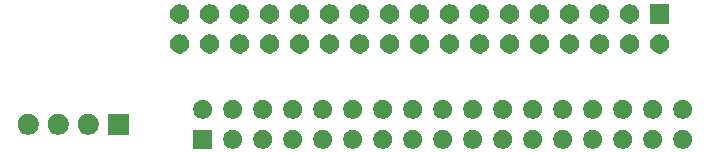
<source format=gbr>
G04 #@! TF.GenerationSoftware,KiCad,Pcbnew,(5.1.5-0-10_14)*
G04 #@! TF.CreationDate,2020-02-19T18:23:43+11:00*
G04 #@! TF.ProjectId,HX Internal Gotek Adpater,48582049-6e74-4657-926e-616c20476f74,rev?*
G04 #@! TF.SameCoordinates,Original*
G04 #@! TF.FileFunction,Soldermask,Top*
G04 #@! TF.FilePolarity,Negative*
%FSLAX46Y46*%
G04 Gerber Fmt 4.6, Leading zero omitted, Abs format (unit mm)*
G04 Created by KiCad (PCBNEW (5.1.5-0-10_14)) date 2020-02-19 18:23:43*
%MOMM*%
%LPD*%
G04 APERTURE LIST*
%ADD10C,0.100000*%
G04 APERTURE END LIST*
D10*
G36*
X73135142Y-33889242D02*
G01*
X73283101Y-33950529D01*
X73416255Y-34039499D01*
X73529501Y-34152745D01*
X73618471Y-34285899D01*
X73679758Y-34433858D01*
X73711000Y-34590925D01*
X73711000Y-34751075D01*
X73679758Y-34908142D01*
X73618471Y-35056101D01*
X73529501Y-35189255D01*
X73416255Y-35302501D01*
X73283101Y-35391471D01*
X73135142Y-35452758D01*
X72978075Y-35484000D01*
X72817925Y-35484000D01*
X72660858Y-35452758D01*
X72512899Y-35391471D01*
X72379745Y-35302501D01*
X72266499Y-35189255D01*
X72177529Y-35056101D01*
X72116242Y-34908142D01*
X72085000Y-34751075D01*
X72085000Y-34590925D01*
X72116242Y-34433858D01*
X72177529Y-34285899D01*
X72266499Y-34152745D01*
X72379745Y-34039499D01*
X72512899Y-33950529D01*
X72660858Y-33889242D01*
X72817925Y-33858000D01*
X72978075Y-33858000D01*
X73135142Y-33889242D01*
G37*
G36*
X70595142Y-33889242D02*
G01*
X70743101Y-33950529D01*
X70876255Y-34039499D01*
X70989501Y-34152745D01*
X71078471Y-34285899D01*
X71139758Y-34433858D01*
X71171000Y-34590925D01*
X71171000Y-34751075D01*
X71139758Y-34908142D01*
X71078471Y-35056101D01*
X70989501Y-35189255D01*
X70876255Y-35302501D01*
X70743101Y-35391471D01*
X70595142Y-35452758D01*
X70438075Y-35484000D01*
X70277925Y-35484000D01*
X70120858Y-35452758D01*
X69972899Y-35391471D01*
X69839745Y-35302501D01*
X69726499Y-35189255D01*
X69637529Y-35056101D01*
X69576242Y-34908142D01*
X69545000Y-34751075D01*
X69545000Y-34590925D01*
X69576242Y-34433858D01*
X69637529Y-34285899D01*
X69726499Y-34152745D01*
X69839745Y-34039499D01*
X69972899Y-33950529D01*
X70120858Y-33889242D01*
X70277925Y-33858000D01*
X70438075Y-33858000D01*
X70595142Y-33889242D01*
G37*
G36*
X68055142Y-33889242D02*
G01*
X68203101Y-33950529D01*
X68336255Y-34039499D01*
X68449501Y-34152745D01*
X68538471Y-34285899D01*
X68599758Y-34433858D01*
X68631000Y-34590925D01*
X68631000Y-34751075D01*
X68599758Y-34908142D01*
X68538471Y-35056101D01*
X68449501Y-35189255D01*
X68336255Y-35302501D01*
X68203101Y-35391471D01*
X68055142Y-35452758D01*
X67898075Y-35484000D01*
X67737925Y-35484000D01*
X67580858Y-35452758D01*
X67432899Y-35391471D01*
X67299745Y-35302501D01*
X67186499Y-35189255D01*
X67097529Y-35056101D01*
X67036242Y-34908142D01*
X67005000Y-34751075D01*
X67005000Y-34590925D01*
X67036242Y-34433858D01*
X67097529Y-34285899D01*
X67186499Y-34152745D01*
X67299745Y-34039499D01*
X67432899Y-33950529D01*
X67580858Y-33889242D01*
X67737925Y-33858000D01*
X67898075Y-33858000D01*
X68055142Y-33889242D01*
G37*
G36*
X65515142Y-33889242D02*
G01*
X65663101Y-33950529D01*
X65796255Y-34039499D01*
X65909501Y-34152745D01*
X65998471Y-34285899D01*
X66059758Y-34433858D01*
X66091000Y-34590925D01*
X66091000Y-34751075D01*
X66059758Y-34908142D01*
X65998471Y-35056101D01*
X65909501Y-35189255D01*
X65796255Y-35302501D01*
X65663101Y-35391471D01*
X65515142Y-35452758D01*
X65358075Y-35484000D01*
X65197925Y-35484000D01*
X65040858Y-35452758D01*
X64892899Y-35391471D01*
X64759745Y-35302501D01*
X64646499Y-35189255D01*
X64557529Y-35056101D01*
X64496242Y-34908142D01*
X64465000Y-34751075D01*
X64465000Y-34590925D01*
X64496242Y-34433858D01*
X64557529Y-34285899D01*
X64646499Y-34152745D01*
X64759745Y-34039499D01*
X64892899Y-33950529D01*
X65040858Y-33889242D01*
X65197925Y-33858000D01*
X65358075Y-33858000D01*
X65515142Y-33889242D01*
G37*
G36*
X62975142Y-33889242D02*
G01*
X63123101Y-33950529D01*
X63256255Y-34039499D01*
X63369501Y-34152745D01*
X63458471Y-34285899D01*
X63519758Y-34433858D01*
X63551000Y-34590925D01*
X63551000Y-34751075D01*
X63519758Y-34908142D01*
X63458471Y-35056101D01*
X63369501Y-35189255D01*
X63256255Y-35302501D01*
X63123101Y-35391471D01*
X62975142Y-35452758D01*
X62818075Y-35484000D01*
X62657925Y-35484000D01*
X62500858Y-35452758D01*
X62352899Y-35391471D01*
X62219745Y-35302501D01*
X62106499Y-35189255D01*
X62017529Y-35056101D01*
X61956242Y-34908142D01*
X61925000Y-34751075D01*
X61925000Y-34590925D01*
X61956242Y-34433858D01*
X62017529Y-34285899D01*
X62106499Y-34152745D01*
X62219745Y-34039499D01*
X62352899Y-33950529D01*
X62500858Y-33889242D01*
X62657925Y-33858000D01*
X62818075Y-33858000D01*
X62975142Y-33889242D01*
G37*
G36*
X60435142Y-33889242D02*
G01*
X60583101Y-33950529D01*
X60716255Y-34039499D01*
X60829501Y-34152745D01*
X60918471Y-34285899D01*
X60979758Y-34433858D01*
X61011000Y-34590925D01*
X61011000Y-34751075D01*
X60979758Y-34908142D01*
X60918471Y-35056101D01*
X60829501Y-35189255D01*
X60716255Y-35302501D01*
X60583101Y-35391471D01*
X60435142Y-35452758D01*
X60278075Y-35484000D01*
X60117925Y-35484000D01*
X59960858Y-35452758D01*
X59812899Y-35391471D01*
X59679745Y-35302501D01*
X59566499Y-35189255D01*
X59477529Y-35056101D01*
X59416242Y-34908142D01*
X59385000Y-34751075D01*
X59385000Y-34590925D01*
X59416242Y-34433858D01*
X59477529Y-34285899D01*
X59566499Y-34152745D01*
X59679745Y-34039499D01*
X59812899Y-33950529D01*
X59960858Y-33889242D01*
X60117925Y-33858000D01*
X60278075Y-33858000D01*
X60435142Y-33889242D01*
G37*
G36*
X57895142Y-33889242D02*
G01*
X58043101Y-33950529D01*
X58176255Y-34039499D01*
X58289501Y-34152745D01*
X58378471Y-34285899D01*
X58439758Y-34433858D01*
X58471000Y-34590925D01*
X58471000Y-34751075D01*
X58439758Y-34908142D01*
X58378471Y-35056101D01*
X58289501Y-35189255D01*
X58176255Y-35302501D01*
X58043101Y-35391471D01*
X57895142Y-35452758D01*
X57738075Y-35484000D01*
X57577925Y-35484000D01*
X57420858Y-35452758D01*
X57272899Y-35391471D01*
X57139745Y-35302501D01*
X57026499Y-35189255D01*
X56937529Y-35056101D01*
X56876242Y-34908142D01*
X56845000Y-34751075D01*
X56845000Y-34590925D01*
X56876242Y-34433858D01*
X56937529Y-34285899D01*
X57026499Y-34152745D01*
X57139745Y-34039499D01*
X57272899Y-33950529D01*
X57420858Y-33889242D01*
X57577925Y-33858000D01*
X57738075Y-33858000D01*
X57895142Y-33889242D01*
G37*
G36*
X55355142Y-33889242D02*
G01*
X55503101Y-33950529D01*
X55636255Y-34039499D01*
X55749501Y-34152745D01*
X55838471Y-34285899D01*
X55899758Y-34433858D01*
X55931000Y-34590925D01*
X55931000Y-34751075D01*
X55899758Y-34908142D01*
X55838471Y-35056101D01*
X55749501Y-35189255D01*
X55636255Y-35302501D01*
X55503101Y-35391471D01*
X55355142Y-35452758D01*
X55198075Y-35484000D01*
X55037925Y-35484000D01*
X54880858Y-35452758D01*
X54732899Y-35391471D01*
X54599745Y-35302501D01*
X54486499Y-35189255D01*
X54397529Y-35056101D01*
X54336242Y-34908142D01*
X54305000Y-34751075D01*
X54305000Y-34590925D01*
X54336242Y-34433858D01*
X54397529Y-34285899D01*
X54486499Y-34152745D01*
X54599745Y-34039499D01*
X54732899Y-33950529D01*
X54880858Y-33889242D01*
X55037925Y-33858000D01*
X55198075Y-33858000D01*
X55355142Y-33889242D01*
G37*
G36*
X52815142Y-33889242D02*
G01*
X52963101Y-33950529D01*
X53096255Y-34039499D01*
X53209501Y-34152745D01*
X53298471Y-34285899D01*
X53359758Y-34433858D01*
X53391000Y-34590925D01*
X53391000Y-34751075D01*
X53359758Y-34908142D01*
X53298471Y-35056101D01*
X53209501Y-35189255D01*
X53096255Y-35302501D01*
X52963101Y-35391471D01*
X52815142Y-35452758D01*
X52658075Y-35484000D01*
X52497925Y-35484000D01*
X52340858Y-35452758D01*
X52192899Y-35391471D01*
X52059745Y-35302501D01*
X51946499Y-35189255D01*
X51857529Y-35056101D01*
X51796242Y-34908142D01*
X51765000Y-34751075D01*
X51765000Y-34590925D01*
X51796242Y-34433858D01*
X51857529Y-34285899D01*
X51946499Y-34152745D01*
X52059745Y-34039499D01*
X52192899Y-33950529D01*
X52340858Y-33889242D01*
X52497925Y-33858000D01*
X52658075Y-33858000D01*
X52815142Y-33889242D01*
G37*
G36*
X50275142Y-33889242D02*
G01*
X50423101Y-33950529D01*
X50556255Y-34039499D01*
X50669501Y-34152745D01*
X50758471Y-34285899D01*
X50819758Y-34433858D01*
X50851000Y-34590925D01*
X50851000Y-34751075D01*
X50819758Y-34908142D01*
X50758471Y-35056101D01*
X50669501Y-35189255D01*
X50556255Y-35302501D01*
X50423101Y-35391471D01*
X50275142Y-35452758D01*
X50118075Y-35484000D01*
X49957925Y-35484000D01*
X49800858Y-35452758D01*
X49652899Y-35391471D01*
X49519745Y-35302501D01*
X49406499Y-35189255D01*
X49317529Y-35056101D01*
X49256242Y-34908142D01*
X49225000Y-34751075D01*
X49225000Y-34590925D01*
X49256242Y-34433858D01*
X49317529Y-34285899D01*
X49406499Y-34152745D01*
X49519745Y-34039499D01*
X49652899Y-33950529D01*
X49800858Y-33889242D01*
X49957925Y-33858000D01*
X50118075Y-33858000D01*
X50275142Y-33889242D01*
G37*
G36*
X47735142Y-33889242D02*
G01*
X47883101Y-33950529D01*
X48016255Y-34039499D01*
X48129501Y-34152745D01*
X48218471Y-34285899D01*
X48279758Y-34433858D01*
X48311000Y-34590925D01*
X48311000Y-34751075D01*
X48279758Y-34908142D01*
X48218471Y-35056101D01*
X48129501Y-35189255D01*
X48016255Y-35302501D01*
X47883101Y-35391471D01*
X47735142Y-35452758D01*
X47578075Y-35484000D01*
X47417925Y-35484000D01*
X47260858Y-35452758D01*
X47112899Y-35391471D01*
X46979745Y-35302501D01*
X46866499Y-35189255D01*
X46777529Y-35056101D01*
X46716242Y-34908142D01*
X46685000Y-34751075D01*
X46685000Y-34590925D01*
X46716242Y-34433858D01*
X46777529Y-34285899D01*
X46866499Y-34152745D01*
X46979745Y-34039499D01*
X47112899Y-33950529D01*
X47260858Y-33889242D01*
X47417925Y-33858000D01*
X47578075Y-33858000D01*
X47735142Y-33889242D01*
G37*
G36*
X45195142Y-33889242D02*
G01*
X45343101Y-33950529D01*
X45476255Y-34039499D01*
X45589501Y-34152745D01*
X45678471Y-34285899D01*
X45739758Y-34433858D01*
X45771000Y-34590925D01*
X45771000Y-34751075D01*
X45739758Y-34908142D01*
X45678471Y-35056101D01*
X45589501Y-35189255D01*
X45476255Y-35302501D01*
X45343101Y-35391471D01*
X45195142Y-35452758D01*
X45038075Y-35484000D01*
X44877925Y-35484000D01*
X44720858Y-35452758D01*
X44572899Y-35391471D01*
X44439745Y-35302501D01*
X44326499Y-35189255D01*
X44237529Y-35056101D01*
X44176242Y-34908142D01*
X44145000Y-34751075D01*
X44145000Y-34590925D01*
X44176242Y-34433858D01*
X44237529Y-34285899D01*
X44326499Y-34152745D01*
X44439745Y-34039499D01*
X44572899Y-33950529D01*
X44720858Y-33889242D01*
X44877925Y-33858000D01*
X45038075Y-33858000D01*
X45195142Y-33889242D01*
G37*
G36*
X42655142Y-33889242D02*
G01*
X42803101Y-33950529D01*
X42936255Y-34039499D01*
X43049501Y-34152745D01*
X43138471Y-34285899D01*
X43199758Y-34433858D01*
X43231000Y-34590925D01*
X43231000Y-34751075D01*
X43199758Y-34908142D01*
X43138471Y-35056101D01*
X43049501Y-35189255D01*
X42936255Y-35302501D01*
X42803101Y-35391471D01*
X42655142Y-35452758D01*
X42498075Y-35484000D01*
X42337925Y-35484000D01*
X42180858Y-35452758D01*
X42032899Y-35391471D01*
X41899745Y-35302501D01*
X41786499Y-35189255D01*
X41697529Y-35056101D01*
X41636242Y-34908142D01*
X41605000Y-34751075D01*
X41605000Y-34590925D01*
X41636242Y-34433858D01*
X41697529Y-34285899D01*
X41786499Y-34152745D01*
X41899745Y-34039499D01*
X42032899Y-33950529D01*
X42180858Y-33889242D01*
X42337925Y-33858000D01*
X42498075Y-33858000D01*
X42655142Y-33889242D01*
G37*
G36*
X40115142Y-33889242D02*
G01*
X40263101Y-33950529D01*
X40396255Y-34039499D01*
X40509501Y-34152745D01*
X40598471Y-34285899D01*
X40659758Y-34433858D01*
X40691000Y-34590925D01*
X40691000Y-34751075D01*
X40659758Y-34908142D01*
X40598471Y-35056101D01*
X40509501Y-35189255D01*
X40396255Y-35302501D01*
X40263101Y-35391471D01*
X40115142Y-35452758D01*
X39958075Y-35484000D01*
X39797925Y-35484000D01*
X39640858Y-35452758D01*
X39492899Y-35391471D01*
X39359745Y-35302501D01*
X39246499Y-35189255D01*
X39157529Y-35056101D01*
X39096242Y-34908142D01*
X39065000Y-34751075D01*
X39065000Y-34590925D01*
X39096242Y-34433858D01*
X39157529Y-34285899D01*
X39246499Y-34152745D01*
X39359745Y-34039499D01*
X39492899Y-33950529D01*
X39640858Y-33889242D01*
X39797925Y-33858000D01*
X39958075Y-33858000D01*
X40115142Y-33889242D01*
G37*
G36*
X37575142Y-33889242D02*
G01*
X37723101Y-33950529D01*
X37856255Y-34039499D01*
X37969501Y-34152745D01*
X38058471Y-34285899D01*
X38119758Y-34433858D01*
X38151000Y-34590925D01*
X38151000Y-34751075D01*
X38119758Y-34908142D01*
X38058471Y-35056101D01*
X37969501Y-35189255D01*
X37856255Y-35302501D01*
X37723101Y-35391471D01*
X37575142Y-35452758D01*
X37418075Y-35484000D01*
X37257925Y-35484000D01*
X37100858Y-35452758D01*
X36952899Y-35391471D01*
X36819745Y-35302501D01*
X36706499Y-35189255D01*
X36617529Y-35056101D01*
X36556242Y-34908142D01*
X36525000Y-34751075D01*
X36525000Y-34590925D01*
X36556242Y-34433858D01*
X36617529Y-34285899D01*
X36706499Y-34152745D01*
X36819745Y-34039499D01*
X36952899Y-33950529D01*
X37100858Y-33889242D01*
X37257925Y-33858000D01*
X37418075Y-33858000D01*
X37575142Y-33889242D01*
G37*
G36*
X35035142Y-33889242D02*
G01*
X35183101Y-33950529D01*
X35316255Y-34039499D01*
X35429501Y-34152745D01*
X35518471Y-34285899D01*
X35579758Y-34433858D01*
X35611000Y-34590925D01*
X35611000Y-34751075D01*
X35579758Y-34908142D01*
X35518471Y-35056101D01*
X35429501Y-35189255D01*
X35316255Y-35302501D01*
X35183101Y-35391471D01*
X35035142Y-35452758D01*
X34878075Y-35484000D01*
X34717925Y-35484000D01*
X34560858Y-35452758D01*
X34412899Y-35391471D01*
X34279745Y-35302501D01*
X34166499Y-35189255D01*
X34077529Y-35056101D01*
X34016242Y-34908142D01*
X33985000Y-34751075D01*
X33985000Y-34590925D01*
X34016242Y-34433858D01*
X34077529Y-34285899D01*
X34166499Y-34152745D01*
X34279745Y-34039499D01*
X34412899Y-33950529D01*
X34560858Y-33889242D01*
X34717925Y-33858000D01*
X34878075Y-33858000D01*
X35035142Y-33889242D01*
G37*
G36*
X33071000Y-35484000D02*
G01*
X31445000Y-35484000D01*
X31445000Y-33858000D01*
X33071000Y-33858000D01*
X33071000Y-35484000D01*
G37*
G36*
X25983500Y-34302000D02*
G01*
X24181500Y-34302000D01*
X24181500Y-32500000D01*
X25983500Y-32500000D01*
X25983500Y-34302000D01*
G37*
G36*
X17576012Y-32504927D02*
G01*
X17725312Y-32534624D01*
X17889284Y-32602544D01*
X18036854Y-32701147D01*
X18162353Y-32826646D01*
X18260956Y-32974216D01*
X18328876Y-33138188D01*
X18363500Y-33312259D01*
X18363500Y-33489741D01*
X18328876Y-33663812D01*
X18260956Y-33827784D01*
X18162353Y-33975354D01*
X18036854Y-34100853D01*
X17889284Y-34199456D01*
X17725312Y-34267376D01*
X17576012Y-34297073D01*
X17551242Y-34302000D01*
X17373758Y-34302000D01*
X17348988Y-34297073D01*
X17199688Y-34267376D01*
X17035716Y-34199456D01*
X16888146Y-34100853D01*
X16762647Y-33975354D01*
X16664044Y-33827784D01*
X16596124Y-33663812D01*
X16561500Y-33489741D01*
X16561500Y-33312259D01*
X16596124Y-33138188D01*
X16664044Y-32974216D01*
X16762647Y-32826646D01*
X16888146Y-32701147D01*
X17035716Y-32602544D01*
X17199688Y-32534624D01*
X17348988Y-32504927D01*
X17373758Y-32500000D01*
X17551242Y-32500000D01*
X17576012Y-32504927D01*
G37*
G36*
X20116012Y-32504927D02*
G01*
X20265312Y-32534624D01*
X20429284Y-32602544D01*
X20576854Y-32701147D01*
X20702353Y-32826646D01*
X20800956Y-32974216D01*
X20868876Y-33138188D01*
X20903500Y-33312259D01*
X20903500Y-33489741D01*
X20868876Y-33663812D01*
X20800956Y-33827784D01*
X20702353Y-33975354D01*
X20576854Y-34100853D01*
X20429284Y-34199456D01*
X20265312Y-34267376D01*
X20116012Y-34297073D01*
X20091242Y-34302000D01*
X19913758Y-34302000D01*
X19888988Y-34297073D01*
X19739688Y-34267376D01*
X19575716Y-34199456D01*
X19428146Y-34100853D01*
X19302647Y-33975354D01*
X19204044Y-33827784D01*
X19136124Y-33663812D01*
X19101500Y-33489741D01*
X19101500Y-33312259D01*
X19136124Y-33138188D01*
X19204044Y-32974216D01*
X19302647Y-32826646D01*
X19428146Y-32701147D01*
X19575716Y-32602544D01*
X19739688Y-32534624D01*
X19888988Y-32504927D01*
X19913758Y-32500000D01*
X20091242Y-32500000D01*
X20116012Y-32504927D01*
G37*
G36*
X22656012Y-32504927D02*
G01*
X22805312Y-32534624D01*
X22969284Y-32602544D01*
X23116854Y-32701147D01*
X23242353Y-32826646D01*
X23340956Y-32974216D01*
X23408876Y-33138188D01*
X23443500Y-33312259D01*
X23443500Y-33489741D01*
X23408876Y-33663812D01*
X23340956Y-33827784D01*
X23242353Y-33975354D01*
X23116854Y-34100853D01*
X22969284Y-34199456D01*
X22805312Y-34267376D01*
X22656012Y-34297073D01*
X22631242Y-34302000D01*
X22453758Y-34302000D01*
X22428988Y-34297073D01*
X22279688Y-34267376D01*
X22115716Y-34199456D01*
X21968146Y-34100853D01*
X21842647Y-33975354D01*
X21744044Y-33827784D01*
X21676124Y-33663812D01*
X21641500Y-33489741D01*
X21641500Y-33312259D01*
X21676124Y-33138188D01*
X21744044Y-32974216D01*
X21842647Y-32826646D01*
X21968146Y-32701147D01*
X22115716Y-32602544D01*
X22279688Y-32534624D01*
X22428988Y-32504927D01*
X22453758Y-32500000D01*
X22631242Y-32500000D01*
X22656012Y-32504927D01*
G37*
G36*
X32495142Y-31349242D02*
G01*
X32643101Y-31410529D01*
X32776255Y-31499499D01*
X32889501Y-31612745D01*
X32978471Y-31745899D01*
X33039758Y-31893858D01*
X33071000Y-32050925D01*
X33071000Y-32211075D01*
X33039758Y-32368142D01*
X32978471Y-32516101D01*
X32889501Y-32649255D01*
X32776255Y-32762501D01*
X32643101Y-32851471D01*
X32495142Y-32912758D01*
X32338075Y-32944000D01*
X32177925Y-32944000D01*
X32020858Y-32912758D01*
X31872899Y-32851471D01*
X31739745Y-32762501D01*
X31626499Y-32649255D01*
X31537529Y-32516101D01*
X31476242Y-32368142D01*
X31445000Y-32211075D01*
X31445000Y-32050925D01*
X31476242Y-31893858D01*
X31537529Y-31745899D01*
X31626499Y-31612745D01*
X31739745Y-31499499D01*
X31872899Y-31410529D01*
X32020858Y-31349242D01*
X32177925Y-31318000D01*
X32338075Y-31318000D01*
X32495142Y-31349242D01*
G37*
G36*
X35035142Y-31349242D02*
G01*
X35183101Y-31410529D01*
X35316255Y-31499499D01*
X35429501Y-31612745D01*
X35518471Y-31745899D01*
X35579758Y-31893858D01*
X35611000Y-32050925D01*
X35611000Y-32211075D01*
X35579758Y-32368142D01*
X35518471Y-32516101D01*
X35429501Y-32649255D01*
X35316255Y-32762501D01*
X35183101Y-32851471D01*
X35035142Y-32912758D01*
X34878075Y-32944000D01*
X34717925Y-32944000D01*
X34560858Y-32912758D01*
X34412899Y-32851471D01*
X34279745Y-32762501D01*
X34166499Y-32649255D01*
X34077529Y-32516101D01*
X34016242Y-32368142D01*
X33985000Y-32211075D01*
X33985000Y-32050925D01*
X34016242Y-31893858D01*
X34077529Y-31745899D01*
X34166499Y-31612745D01*
X34279745Y-31499499D01*
X34412899Y-31410529D01*
X34560858Y-31349242D01*
X34717925Y-31318000D01*
X34878075Y-31318000D01*
X35035142Y-31349242D01*
G37*
G36*
X37575142Y-31349242D02*
G01*
X37723101Y-31410529D01*
X37856255Y-31499499D01*
X37969501Y-31612745D01*
X38058471Y-31745899D01*
X38119758Y-31893858D01*
X38151000Y-32050925D01*
X38151000Y-32211075D01*
X38119758Y-32368142D01*
X38058471Y-32516101D01*
X37969501Y-32649255D01*
X37856255Y-32762501D01*
X37723101Y-32851471D01*
X37575142Y-32912758D01*
X37418075Y-32944000D01*
X37257925Y-32944000D01*
X37100858Y-32912758D01*
X36952899Y-32851471D01*
X36819745Y-32762501D01*
X36706499Y-32649255D01*
X36617529Y-32516101D01*
X36556242Y-32368142D01*
X36525000Y-32211075D01*
X36525000Y-32050925D01*
X36556242Y-31893858D01*
X36617529Y-31745899D01*
X36706499Y-31612745D01*
X36819745Y-31499499D01*
X36952899Y-31410529D01*
X37100858Y-31349242D01*
X37257925Y-31318000D01*
X37418075Y-31318000D01*
X37575142Y-31349242D01*
G37*
G36*
X40115142Y-31349242D02*
G01*
X40263101Y-31410529D01*
X40396255Y-31499499D01*
X40509501Y-31612745D01*
X40598471Y-31745899D01*
X40659758Y-31893858D01*
X40691000Y-32050925D01*
X40691000Y-32211075D01*
X40659758Y-32368142D01*
X40598471Y-32516101D01*
X40509501Y-32649255D01*
X40396255Y-32762501D01*
X40263101Y-32851471D01*
X40115142Y-32912758D01*
X39958075Y-32944000D01*
X39797925Y-32944000D01*
X39640858Y-32912758D01*
X39492899Y-32851471D01*
X39359745Y-32762501D01*
X39246499Y-32649255D01*
X39157529Y-32516101D01*
X39096242Y-32368142D01*
X39065000Y-32211075D01*
X39065000Y-32050925D01*
X39096242Y-31893858D01*
X39157529Y-31745899D01*
X39246499Y-31612745D01*
X39359745Y-31499499D01*
X39492899Y-31410529D01*
X39640858Y-31349242D01*
X39797925Y-31318000D01*
X39958075Y-31318000D01*
X40115142Y-31349242D01*
G37*
G36*
X45195142Y-31349242D02*
G01*
X45343101Y-31410529D01*
X45476255Y-31499499D01*
X45589501Y-31612745D01*
X45678471Y-31745899D01*
X45739758Y-31893858D01*
X45771000Y-32050925D01*
X45771000Y-32211075D01*
X45739758Y-32368142D01*
X45678471Y-32516101D01*
X45589501Y-32649255D01*
X45476255Y-32762501D01*
X45343101Y-32851471D01*
X45195142Y-32912758D01*
X45038075Y-32944000D01*
X44877925Y-32944000D01*
X44720858Y-32912758D01*
X44572899Y-32851471D01*
X44439745Y-32762501D01*
X44326499Y-32649255D01*
X44237529Y-32516101D01*
X44176242Y-32368142D01*
X44145000Y-32211075D01*
X44145000Y-32050925D01*
X44176242Y-31893858D01*
X44237529Y-31745899D01*
X44326499Y-31612745D01*
X44439745Y-31499499D01*
X44572899Y-31410529D01*
X44720858Y-31349242D01*
X44877925Y-31318000D01*
X45038075Y-31318000D01*
X45195142Y-31349242D01*
G37*
G36*
X73135142Y-31349242D02*
G01*
X73283101Y-31410529D01*
X73416255Y-31499499D01*
X73529501Y-31612745D01*
X73618471Y-31745899D01*
X73679758Y-31893858D01*
X73711000Y-32050925D01*
X73711000Y-32211075D01*
X73679758Y-32368142D01*
X73618471Y-32516101D01*
X73529501Y-32649255D01*
X73416255Y-32762501D01*
X73283101Y-32851471D01*
X73135142Y-32912758D01*
X72978075Y-32944000D01*
X72817925Y-32944000D01*
X72660858Y-32912758D01*
X72512899Y-32851471D01*
X72379745Y-32762501D01*
X72266499Y-32649255D01*
X72177529Y-32516101D01*
X72116242Y-32368142D01*
X72085000Y-32211075D01*
X72085000Y-32050925D01*
X72116242Y-31893858D01*
X72177529Y-31745899D01*
X72266499Y-31612745D01*
X72379745Y-31499499D01*
X72512899Y-31410529D01*
X72660858Y-31349242D01*
X72817925Y-31318000D01*
X72978075Y-31318000D01*
X73135142Y-31349242D01*
G37*
G36*
X47735142Y-31349242D02*
G01*
X47883101Y-31410529D01*
X48016255Y-31499499D01*
X48129501Y-31612745D01*
X48218471Y-31745899D01*
X48279758Y-31893858D01*
X48311000Y-32050925D01*
X48311000Y-32211075D01*
X48279758Y-32368142D01*
X48218471Y-32516101D01*
X48129501Y-32649255D01*
X48016255Y-32762501D01*
X47883101Y-32851471D01*
X47735142Y-32912758D01*
X47578075Y-32944000D01*
X47417925Y-32944000D01*
X47260858Y-32912758D01*
X47112899Y-32851471D01*
X46979745Y-32762501D01*
X46866499Y-32649255D01*
X46777529Y-32516101D01*
X46716242Y-32368142D01*
X46685000Y-32211075D01*
X46685000Y-32050925D01*
X46716242Y-31893858D01*
X46777529Y-31745899D01*
X46866499Y-31612745D01*
X46979745Y-31499499D01*
X47112899Y-31410529D01*
X47260858Y-31349242D01*
X47417925Y-31318000D01*
X47578075Y-31318000D01*
X47735142Y-31349242D01*
G37*
G36*
X70595142Y-31349242D02*
G01*
X70743101Y-31410529D01*
X70876255Y-31499499D01*
X70989501Y-31612745D01*
X71078471Y-31745899D01*
X71139758Y-31893858D01*
X71171000Y-32050925D01*
X71171000Y-32211075D01*
X71139758Y-32368142D01*
X71078471Y-32516101D01*
X70989501Y-32649255D01*
X70876255Y-32762501D01*
X70743101Y-32851471D01*
X70595142Y-32912758D01*
X70438075Y-32944000D01*
X70277925Y-32944000D01*
X70120858Y-32912758D01*
X69972899Y-32851471D01*
X69839745Y-32762501D01*
X69726499Y-32649255D01*
X69637529Y-32516101D01*
X69576242Y-32368142D01*
X69545000Y-32211075D01*
X69545000Y-32050925D01*
X69576242Y-31893858D01*
X69637529Y-31745899D01*
X69726499Y-31612745D01*
X69839745Y-31499499D01*
X69972899Y-31410529D01*
X70120858Y-31349242D01*
X70277925Y-31318000D01*
X70438075Y-31318000D01*
X70595142Y-31349242D01*
G37*
G36*
X68055142Y-31349242D02*
G01*
X68203101Y-31410529D01*
X68336255Y-31499499D01*
X68449501Y-31612745D01*
X68538471Y-31745899D01*
X68599758Y-31893858D01*
X68631000Y-32050925D01*
X68631000Y-32211075D01*
X68599758Y-32368142D01*
X68538471Y-32516101D01*
X68449501Y-32649255D01*
X68336255Y-32762501D01*
X68203101Y-32851471D01*
X68055142Y-32912758D01*
X67898075Y-32944000D01*
X67737925Y-32944000D01*
X67580858Y-32912758D01*
X67432899Y-32851471D01*
X67299745Y-32762501D01*
X67186499Y-32649255D01*
X67097529Y-32516101D01*
X67036242Y-32368142D01*
X67005000Y-32211075D01*
X67005000Y-32050925D01*
X67036242Y-31893858D01*
X67097529Y-31745899D01*
X67186499Y-31612745D01*
X67299745Y-31499499D01*
X67432899Y-31410529D01*
X67580858Y-31349242D01*
X67737925Y-31318000D01*
X67898075Y-31318000D01*
X68055142Y-31349242D01*
G37*
G36*
X65515142Y-31349242D02*
G01*
X65663101Y-31410529D01*
X65796255Y-31499499D01*
X65909501Y-31612745D01*
X65998471Y-31745899D01*
X66059758Y-31893858D01*
X66091000Y-32050925D01*
X66091000Y-32211075D01*
X66059758Y-32368142D01*
X65998471Y-32516101D01*
X65909501Y-32649255D01*
X65796255Y-32762501D01*
X65663101Y-32851471D01*
X65515142Y-32912758D01*
X65358075Y-32944000D01*
X65197925Y-32944000D01*
X65040858Y-32912758D01*
X64892899Y-32851471D01*
X64759745Y-32762501D01*
X64646499Y-32649255D01*
X64557529Y-32516101D01*
X64496242Y-32368142D01*
X64465000Y-32211075D01*
X64465000Y-32050925D01*
X64496242Y-31893858D01*
X64557529Y-31745899D01*
X64646499Y-31612745D01*
X64759745Y-31499499D01*
X64892899Y-31410529D01*
X65040858Y-31349242D01*
X65197925Y-31318000D01*
X65358075Y-31318000D01*
X65515142Y-31349242D01*
G37*
G36*
X62975142Y-31349242D02*
G01*
X63123101Y-31410529D01*
X63256255Y-31499499D01*
X63369501Y-31612745D01*
X63458471Y-31745899D01*
X63519758Y-31893858D01*
X63551000Y-32050925D01*
X63551000Y-32211075D01*
X63519758Y-32368142D01*
X63458471Y-32516101D01*
X63369501Y-32649255D01*
X63256255Y-32762501D01*
X63123101Y-32851471D01*
X62975142Y-32912758D01*
X62818075Y-32944000D01*
X62657925Y-32944000D01*
X62500858Y-32912758D01*
X62352899Y-32851471D01*
X62219745Y-32762501D01*
X62106499Y-32649255D01*
X62017529Y-32516101D01*
X61956242Y-32368142D01*
X61925000Y-32211075D01*
X61925000Y-32050925D01*
X61956242Y-31893858D01*
X62017529Y-31745899D01*
X62106499Y-31612745D01*
X62219745Y-31499499D01*
X62352899Y-31410529D01*
X62500858Y-31349242D01*
X62657925Y-31318000D01*
X62818075Y-31318000D01*
X62975142Y-31349242D01*
G37*
G36*
X60435142Y-31349242D02*
G01*
X60583101Y-31410529D01*
X60716255Y-31499499D01*
X60829501Y-31612745D01*
X60918471Y-31745899D01*
X60979758Y-31893858D01*
X61011000Y-32050925D01*
X61011000Y-32211075D01*
X60979758Y-32368142D01*
X60918471Y-32516101D01*
X60829501Y-32649255D01*
X60716255Y-32762501D01*
X60583101Y-32851471D01*
X60435142Y-32912758D01*
X60278075Y-32944000D01*
X60117925Y-32944000D01*
X59960858Y-32912758D01*
X59812899Y-32851471D01*
X59679745Y-32762501D01*
X59566499Y-32649255D01*
X59477529Y-32516101D01*
X59416242Y-32368142D01*
X59385000Y-32211075D01*
X59385000Y-32050925D01*
X59416242Y-31893858D01*
X59477529Y-31745899D01*
X59566499Y-31612745D01*
X59679745Y-31499499D01*
X59812899Y-31410529D01*
X59960858Y-31349242D01*
X60117925Y-31318000D01*
X60278075Y-31318000D01*
X60435142Y-31349242D01*
G37*
G36*
X57895142Y-31349242D02*
G01*
X58043101Y-31410529D01*
X58176255Y-31499499D01*
X58289501Y-31612745D01*
X58378471Y-31745899D01*
X58439758Y-31893858D01*
X58471000Y-32050925D01*
X58471000Y-32211075D01*
X58439758Y-32368142D01*
X58378471Y-32516101D01*
X58289501Y-32649255D01*
X58176255Y-32762501D01*
X58043101Y-32851471D01*
X57895142Y-32912758D01*
X57738075Y-32944000D01*
X57577925Y-32944000D01*
X57420858Y-32912758D01*
X57272899Y-32851471D01*
X57139745Y-32762501D01*
X57026499Y-32649255D01*
X56937529Y-32516101D01*
X56876242Y-32368142D01*
X56845000Y-32211075D01*
X56845000Y-32050925D01*
X56876242Y-31893858D01*
X56937529Y-31745899D01*
X57026499Y-31612745D01*
X57139745Y-31499499D01*
X57272899Y-31410529D01*
X57420858Y-31349242D01*
X57577925Y-31318000D01*
X57738075Y-31318000D01*
X57895142Y-31349242D01*
G37*
G36*
X55355142Y-31349242D02*
G01*
X55503101Y-31410529D01*
X55636255Y-31499499D01*
X55749501Y-31612745D01*
X55838471Y-31745899D01*
X55899758Y-31893858D01*
X55931000Y-32050925D01*
X55931000Y-32211075D01*
X55899758Y-32368142D01*
X55838471Y-32516101D01*
X55749501Y-32649255D01*
X55636255Y-32762501D01*
X55503101Y-32851471D01*
X55355142Y-32912758D01*
X55198075Y-32944000D01*
X55037925Y-32944000D01*
X54880858Y-32912758D01*
X54732899Y-32851471D01*
X54599745Y-32762501D01*
X54486499Y-32649255D01*
X54397529Y-32516101D01*
X54336242Y-32368142D01*
X54305000Y-32211075D01*
X54305000Y-32050925D01*
X54336242Y-31893858D01*
X54397529Y-31745899D01*
X54486499Y-31612745D01*
X54599745Y-31499499D01*
X54732899Y-31410529D01*
X54880858Y-31349242D01*
X55037925Y-31318000D01*
X55198075Y-31318000D01*
X55355142Y-31349242D01*
G37*
G36*
X52815142Y-31349242D02*
G01*
X52963101Y-31410529D01*
X53096255Y-31499499D01*
X53209501Y-31612745D01*
X53298471Y-31745899D01*
X53359758Y-31893858D01*
X53391000Y-32050925D01*
X53391000Y-32211075D01*
X53359758Y-32368142D01*
X53298471Y-32516101D01*
X53209501Y-32649255D01*
X53096255Y-32762501D01*
X52963101Y-32851471D01*
X52815142Y-32912758D01*
X52658075Y-32944000D01*
X52497925Y-32944000D01*
X52340858Y-32912758D01*
X52192899Y-32851471D01*
X52059745Y-32762501D01*
X51946499Y-32649255D01*
X51857529Y-32516101D01*
X51796242Y-32368142D01*
X51765000Y-32211075D01*
X51765000Y-32050925D01*
X51796242Y-31893858D01*
X51857529Y-31745899D01*
X51946499Y-31612745D01*
X52059745Y-31499499D01*
X52192899Y-31410529D01*
X52340858Y-31349242D01*
X52497925Y-31318000D01*
X52658075Y-31318000D01*
X52815142Y-31349242D01*
G37*
G36*
X50275142Y-31349242D02*
G01*
X50423101Y-31410529D01*
X50556255Y-31499499D01*
X50669501Y-31612745D01*
X50758471Y-31745899D01*
X50819758Y-31893858D01*
X50851000Y-32050925D01*
X50851000Y-32211075D01*
X50819758Y-32368142D01*
X50758471Y-32516101D01*
X50669501Y-32649255D01*
X50556255Y-32762501D01*
X50423101Y-32851471D01*
X50275142Y-32912758D01*
X50118075Y-32944000D01*
X49957925Y-32944000D01*
X49800858Y-32912758D01*
X49652899Y-32851471D01*
X49519745Y-32762501D01*
X49406499Y-32649255D01*
X49317529Y-32516101D01*
X49256242Y-32368142D01*
X49225000Y-32211075D01*
X49225000Y-32050925D01*
X49256242Y-31893858D01*
X49317529Y-31745899D01*
X49406499Y-31612745D01*
X49519745Y-31499499D01*
X49652899Y-31410529D01*
X49800858Y-31349242D01*
X49957925Y-31318000D01*
X50118075Y-31318000D01*
X50275142Y-31349242D01*
G37*
G36*
X42655142Y-31349242D02*
G01*
X42803101Y-31410529D01*
X42936255Y-31499499D01*
X43049501Y-31612745D01*
X43138471Y-31745899D01*
X43199758Y-31893858D01*
X43231000Y-32050925D01*
X43231000Y-32211075D01*
X43199758Y-32368142D01*
X43138471Y-32516101D01*
X43049501Y-32649255D01*
X42936255Y-32762501D01*
X42803101Y-32851471D01*
X42655142Y-32912758D01*
X42498075Y-32944000D01*
X42337925Y-32944000D01*
X42180858Y-32912758D01*
X42032899Y-32851471D01*
X41899745Y-32762501D01*
X41786499Y-32649255D01*
X41697529Y-32516101D01*
X41636242Y-32368142D01*
X41605000Y-32211075D01*
X41605000Y-32050925D01*
X41636242Y-31893858D01*
X41697529Y-31745899D01*
X41786499Y-31612745D01*
X41899745Y-31499499D01*
X42032899Y-31410529D01*
X42180858Y-31349242D01*
X42337925Y-31318000D01*
X42498075Y-31318000D01*
X42655142Y-31349242D01*
G37*
G36*
X35606642Y-25824742D02*
G01*
X35754601Y-25886029D01*
X35887755Y-25974999D01*
X36001001Y-26088245D01*
X36089971Y-26221399D01*
X36151258Y-26369358D01*
X36182500Y-26526425D01*
X36182500Y-26686575D01*
X36151258Y-26843642D01*
X36089971Y-26991601D01*
X36001001Y-27124755D01*
X35887755Y-27238001D01*
X35754601Y-27326971D01*
X35606642Y-27388258D01*
X35449575Y-27419500D01*
X35289425Y-27419500D01*
X35132358Y-27388258D01*
X34984399Y-27326971D01*
X34851245Y-27238001D01*
X34737999Y-27124755D01*
X34649029Y-26991601D01*
X34587742Y-26843642D01*
X34556500Y-26686575D01*
X34556500Y-26526425D01*
X34587742Y-26369358D01*
X34649029Y-26221399D01*
X34737999Y-26088245D01*
X34851245Y-25974999D01*
X34984399Y-25886029D01*
X35132358Y-25824742D01*
X35289425Y-25793500D01*
X35449575Y-25793500D01*
X35606642Y-25824742D01*
G37*
G36*
X71166642Y-25824742D02*
G01*
X71314601Y-25886029D01*
X71447755Y-25974999D01*
X71561001Y-26088245D01*
X71649971Y-26221399D01*
X71711258Y-26369358D01*
X71742500Y-26526425D01*
X71742500Y-26686575D01*
X71711258Y-26843642D01*
X71649971Y-26991601D01*
X71561001Y-27124755D01*
X71447755Y-27238001D01*
X71314601Y-27326971D01*
X71166642Y-27388258D01*
X71009575Y-27419500D01*
X70849425Y-27419500D01*
X70692358Y-27388258D01*
X70544399Y-27326971D01*
X70411245Y-27238001D01*
X70297999Y-27124755D01*
X70209029Y-26991601D01*
X70147742Y-26843642D01*
X70116500Y-26686575D01*
X70116500Y-26526425D01*
X70147742Y-26369358D01*
X70209029Y-26221399D01*
X70297999Y-26088245D01*
X70411245Y-25974999D01*
X70544399Y-25886029D01*
X70692358Y-25824742D01*
X70849425Y-25793500D01*
X71009575Y-25793500D01*
X71166642Y-25824742D01*
G37*
G36*
X38146642Y-25824742D02*
G01*
X38294601Y-25886029D01*
X38427755Y-25974999D01*
X38541001Y-26088245D01*
X38629971Y-26221399D01*
X38691258Y-26369358D01*
X38722500Y-26526425D01*
X38722500Y-26686575D01*
X38691258Y-26843642D01*
X38629971Y-26991601D01*
X38541001Y-27124755D01*
X38427755Y-27238001D01*
X38294601Y-27326971D01*
X38146642Y-27388258D01*
X37989575Y-27419500D01*
X37829425Y-27419500D01*
X37672358Y-27388258D01*
X37524399Y-27326971D01*
X37391245Y-27238001D01*
X37277999Y-27124755D01*
X37189029Y-26991601D01*
X37127742Y-26843642D01*
X37096500Y-26686575D01*
X37096500Y-26526425D01*
X37127742Y-26369358D01*
X37189029Y-26221399D01*
X37277999Y-26088245D01*
X37391245Y-25974999D01*
X37524399Y-25886029D01*
X37672358Y-25824742D01*
X37829425Y-25793500D01*
X37989575Y-25793500D01*
X38146642Y-25824742D01*
G37*
G36*
X68626642Y-25824742D02*
G01*
X68774601Y-25886029D01*
X68907755Y-25974999D01*
X69021001Y-26088245D01*
X69109971Y-26221399D01*
X69171258Y-26369358D01*
X69202500Y-26526425D01*
X69202500Y-26686575D01*
X69171258Y-26843642D01*
X69109971Y-26991601D01*
X69021001Y-27124755D01*
X68907755Y-27238001D01*
X68774601Y-27326971D01*
X68626642Y-27388258D01*
X68469575Y-27419500D01*
X68309425Y-27419500D01*
X68152358Y-27388258D01*
X68004399Y-27326971D01*
X67871245Y-27238001D01*
X67757999Y-27124755D01*
X67669029Y-26991601D01*
X67607742Y-26843642D01*
X67576500Y-26686575D01*
X67576500Y-26526425D01*
X67607742Y-26369358D01*
X67669029Y-26221399D01*
X67757999Y-26088245D01*
X67871245Y-25974999D01*
X68004399Y-25886029D01*
X68152358Y-25824742D01*
X68309425Y-25793500D01*
X68469575Y-25793500D01*
X68626642Y-25824742D01*
G37*
G36*
X43226642Y-25824742D02*
G01*
X43374601Y-25886029D01*
X43507755Y-25974999D01*
X43621001Y-26088245D01*
X43709971Y-26221399D01*
X43771258Y-26369358D01*
X43802500Y-26526425D01*
X43802500Y-26686575D01*
X43771258Y-26843642D01*
X43709971Y-26991601D01*
X43621001Y-27124755D01*
X43507755Y-27238001D01*
X43374601Y-27326971D01*
X43226642Y-27388258D01*
X43069575Y-27419500D01*
X42909425Y-27419500D01*
X42752358Y-27388258D01*
X42604399Y-27326971D01*
X42471245Y-27238001D01*
X42357999Y-27124755D01*
X42269029Y-26991601D01*
X42207742Y-26843642D01*
X42176500Y-26686575D01*
X42176500Y-26526425D01*
X42207742Y-26369358D01*
X42269029Y-26221399D01*
X42357999Y-26088245D01*
X42471245Y-25974999D01*
X42604399Y-25886029D01*
X42752358Y-25824742D01*
X42909425Y-25793500D01*
X43069575Y-25793500D01*
X43226642Y-25824742D01*
G37*
G36*
X66086642Y-25824742D02*
G01*
X66234601Y-25886029D01*
X66367755Y-25974999D01*
X66481001Y-26088245D01*
X66569971Y-26221399D01*
X66631258Y-26369358D01*
X66662500Y-26526425D01*
X66662500Y-26686575D01*
X66631258Y-26843642D01*
X66569971Y-26991601D01*
X66481001Y-27124755D01*
X66367755Y-27238001D01*
X66234601Y-27326971D01*
X66086642Y-27388258D01*
X65929575Y-27419500D01*
X65769425Y-27419500D01*
X65612358Y-27388258D01*
X65464399Y-27326971D01*
X65331245Y-27238001D01*
X65217999Y-27124755D01*
X65129029Y-26991601D01*
X65067742Y-26843642D01*
X65036500Y-26686575D01*
X65036500Y-26526425D01*
X65067742Y-26369358D01*
X65129029Y-26221399D01*
X65217999Y-26088245D01*
X65331245Y-25974999D01*
X65464399Y-25886029D01*
X65612358Y-25824742D01*
X65769425Y-25793500D01*
X65929575Y-25793500D01*
X66086642Y-25824742D01*
G37*
G36*
X45766642Y-25824742D02*
G01*
X45914601Y-25886029D01*
X46047755Y-25974999D01*
X46161001Y-26088245D01*
X46249971Y-26221399D01*
X46311258Y-26369358D01*
X46342500Y-26526425D01*
X46342500Y-26686575D01*
X46311258Y-26843642D01*
X46249971Y-26991601D01*
X46161001Y-27124755D01*
X46047755Y-27238001D01*
X45914601Y-27326971D01*
X45766642Y-27388258D01*
X45609575Y-27419500D01*
X45449425Y-27419500D01*
X45292358Y-27388258D01*
X45144399Y-27326971D01*
X45011245Y-27238001D01*
X44897999Y-27124755D01*
X44809029Y-26991601D01*
X44747742Y-26843642D01*
X44716500Y-26686575D01*
X44716500Y-26526425D01*
X44747742Y-26369358D01*
X44809029Y-26221399D01*
X44897999Y-26088245D01*
X45011245Y-25974999D01*
X45144399Y-25886029D01*
X45292358Y-25824742D01*
X45449425Y-25793500D01*
X45609575Y-25793500D01*
X45766642Y-25824742D01*
G37*
G36*
X63546642Y-25824742D02*
G01*
X63694601Y-25886029D01*
X63827755Y-25974999D01*
X63941001Y-26088245D01*
X64029971Y-26221399D01*
X64091258Y-26369358D01*
X64122500Y-26526425D01*
X64122500Y-26686575D01*
X64091258Y-26843642D01*
X64029971Y-26991601D01*
X63941001Y-27124755D01*
X63827755Y-27238001D01*
X63694601Y-27326971D01*
X63546642Y-27388258D01*
X63389575Y-27419500D01*
X63229425Y-27419500D01*
X63072358Y-27388258D01*
X62924399Y-27326971D01*
X62791245Y-27238001D01*
X62677999Y-27124755D01*
X62589029Y-26991601D01*
X62527742Y-26843642D01*
X62496500Y-26686575D01*
X62496500Y-26526425D01*
X62527742Y-26369358D01*
X62589029Y-26221399D01*
X62677999Y-26088245D01*
X62791245Y-25974999D01*
X62924399Y-25886029D01*
X63072358Y-25824742D01*
X63229425Y-25793500D01*
X63389575Y-25793500D01*
X63546642Y-25824742D01*
G37*
G36*
X61006642Y-25824742D02*
G01*
X61154601Y-25886029D01*
X61287755Y-25974999D01*
X61401001Y-26088245D01*
X61489971Y-26221399D01*
X61551258Y-26369358D01*
X61582500Y-26526425D01*
X61582500Y-26686575D01*
X61551258Y-26843642D01*
X61489971Y-26991601D01*
X61401001Y-27124755D01*
X61287755Y-27238001D01*
X61154601Y-27326971D01*
X61006642Y-27388258D01*
X60849575Y-27419500D01*
X60689425Y-27419500D01*
X60532358Y-27388258D01*
X60384399Y-27326971D01*
X60251245Y-27238001D01*
X60137999Y-27124755D01*
X60049029Y-26991601D01*
X59987742Y-26843642D01*
X59956500Y-26686575D01*
X59956500Y-26526425D01*
X59987742Y-26369358D01*
X60049029Y-26221399D01*
X60137999Y-26088245D01*
X60251245Y-25974999D01*
X60384399Y-25886029D01*
X60532358Y-25824742D01*
X60689425Y-25793500D01*
X60849575Y-25793500D01*
X61006642Y-25824742D01*
G37*
G36*
X58466642Y-25824742D02*
G01*
X58614601Y-25886029D01*
X58747755Y-25974999D01*
X58861001Y-26088245D01*
X58949971Y-26221399D01*
X59011258Y-26369358D01*
X59042500Y-26526425D01*
X59042500Y-26686575D01*
X59011258Y-26843642D01*
X58949971Y-26991601D01*
X58861001Y-27124755D01*
X58747755Y-27238001D01*
X58614601Y-27326971D01*
X58466642Y-27388258D01*
X58309575Y-27419500D01*
X58149425Y-27419500D01*
X57992358Y-27388258D01*
X57844399Y-27326971D01*
X57711245Y-27238001D01*
X57597999Y-27124755D01*
X57509029Y-26991601D01*
X57447742Y-26843642D01*
X57416500Y-26686575D01*
X57416500Y-26526425D01*
X57447742Y-26369358D01*
X57509029Y-26221399D01*
X57597999Y-26088245D01*
X57711245Y-25974999D01*
X57844399Y-25886029D01*
X57992358Y-25824742D01*
X58149425Y-25793500D01*
X58309575Y-25793500D01*
X58466642Y-25824742D01*
G37*
G36*
X55926642Y-25824742D02*
G01*
X56074601Y-25886029D01*
X56207755Y-25974999D01*
X56321001Y-26088245D01*
X56409971Y-26221399D01*
X56471258Y-26369358D01*
X56502500Y-26526425D01*
X56502500Y-26686575D01*
X56471258Y-26843642D01*
X56409971Y-26991601D01*
X56321001Y-27124755D01*
X56207755Y-27238001D01*
X56074601Y-27326971D01*
X55926642Y-27388258D01*
X55769575Y-27419500D01*
X55609425Y-27419500D01*
X55452358Y-27388258D01*
X55304399Y-27326971D01*
X55171245Y-27238001D01*
X55057999Y-27124755D01*
X54969029Y-26991601D01*
X54907742Y-26843642D01*
X54876500Y-26686575D01*
X54876500Y-26526425D01*
X54907742Y-26369358D01*
X54969029Y-26221399D01*
X55057999Y-26088245D01*
X55171245Y-25974999D01*
X55304399Y-25886029D01*
X55452358Y-25824742D01*
X55609425Y-25793500D01*
X55769575Y-25793500D01*
X55926642Y-25824742D01*
G37*
G36*
X53386642Y-25824742D02*
G01*
X53534601Y-25886029D01*
X53667755Y-25974999D01*
X53781001Y-26088245D01*
X53869971Y-26221399D01*
X53931258Y-26369358D01*
X53962500Y-26526425D01*
X53962500Y-26686575D01*
X53931258Y-26843642D01*
X53869971Y-26991601D01*
X53781001Y-27124755D01*
X53667755Y-27238001D01*
X53534601Y-27326971D01*
X53386642Y-27388258D01*
X53229575Y-27419500D01*
X53069425Y-27419500D01*
X52912358Y-27388258D01*
X52764399Y-27326971D01*
X52631245Y-27238001D01*
X52517999Y-27124755D01*
X52429029Y-26991601D01*
X52367742Y-26843642D01*
X52336500Y-26686575D01*
X52336500Y-26526425D01*
X52367742Y-26369358D01*
X52429029Y-26221399D01*
X52517999Y-26088245D01*
X52631245Y-25974999D01*
X52764399Y-25886029D01*
X52912358Y-25824742D01*
X53069425Y-25793500D01*
X53229575Y-25793500D01*
X53386642Y-25824742D01*
G37*
G36*
X50846642Y-25824742D02*
G01*
X50994601Y-25886029D01*
X51127755Y-25974999D01*
X51241001Y-26088245D01*
X51329971Y-26221399D01*
X51391258Y-26369358D01*
X51422500Y-26526425D01*
X51422500Y-26686575D01*
X51391258Y-26843642D01*
X51329971Y-26991601D01*
X51241001Y-27124755D01*
X51127755Y-27238001D01*
X50994601Y-27326971D01*
X50846642Y-27388258D01*
X50689575Y-27419500D01*
X50529425Y-27419500D01*
X50372358Y-27388258D01*
X50224399Y-27326971D01*
X50091245Y-27238001D01*
X49977999Y-27124755D01*
X49889029Y-26991601D01*
X49827742Y-26843642D01*
X49796500Y-26686575D01*
X49796500Y-26526425D01*
X49827742Y-26369358D01*
X49889029Y-26221399D01*
X49977999Y-26088245D01*
X50091245Y-25974999D01*
X50224399Y-25886029D01*
X50372358Y-25824742D01*
X50529425Y-25793500D01*
X50689575Y-25793500D01*
X50846642Y-25824742D01*
G37*
G36*
X30526642Y-25824742D02*
G01*
X30674601Y-25886029D01*
X30807755Y-25974999D01*
X30921001Y-26088245D01*
X31009971Y-26221399D01*
X31071258Y-26369358D01*
X31102500Y-26526425D01*
X31102500Y-26686575D01*
X31071258Y-26843642D01*
X31009971Y-26991601D01*
X30921001Y-27124755D01*
X30807755Y-27238001D01*
X30674601Y-27326971D01*
X30526642Y-27388258D01*
X30369575Y-27419500D01*
X30209425Y-27419500D01*
X30052358Y-27388258D01*
X29904399Y-27326971D01*
X29771245Y-27238001D01*
X29657999Y-27124755D01*
X29569029Y-26991601D01*
X29507742Y-26843642D01*
X29476500Y-26686575D01*
X29476500Y-26526425D01*
X29507742Y-26369358D01*
X29569029Y-26221399D01*
X29657999Y-26088245D01*
X29771245Y-25974999D01*
X29904399Y-25886029D01*
X30052358Y-25824742D01*
X30209425Y-25793500D01*
X30369575Y-25793500D01*
X30526642Y-25824742D01*
G37*
G36*
X48306642Y-25824742D02*
G01*
X48454601Y-25886029D01*
X48587755Y-25974999D01*
X48701001Y-26088245D01*
X48789971Y-26221399D01*
X48851258Y-26369358D01*
X48882500Y-26526425D01*
X48882500Y-26686575D01*
X48851258Y-26843642D01*
X48789971Y-26991601D01*
X48701001Y-27124755D01*
X48587755Y-27238001D01*
X48454601Y-27326971D01*
X48306642Y-27388258D01*
X48149575Y-27419500D01*
X47989425Y-27419500D01*
X47832358Y-27388258D01*
X47684399Y-27326971D01*
X47551245Y-27238001D01*
X47437999Y-27124755D01*
X47349029Y-26991601D01*
X47287742Y-26843642D01*
X47256500Y-26686575D01*
X47256500Y-26526425D01*
X47287742Y-26369358D01*
X47349029Y-26221399D01*
X47437999Y-26088245D01*
X47551245Y-25974999D01*
X47684399Y-25886029D01*
X47832358Y-25824742D01*
X47989425Y-25793500D01*
X48149575Y-25793500D01*
X48306642Y-25824742D01*
G37*
G36*
X40686642Y-25824742D02*
G01*
X40834601Y-25886029D01*
X40967755Y-25974999D01*
X41081001Y-26088245D01*
X41169971Y-26221399D01*
X41231258Y-26369358D01*
X41262500Y-26526425D01*
X41262500Y-26686575D01*
X41231258Y-26843642D01*
X41169971Y-26991601D01*
X41081001Y-27124755D01*
X40967755Y-27238001D01*
X40834601Y-27326971D01*
X40686642Y-27388258D01*
X40529575Y-27419500D01*
X40369425Y-27419500D01*
X40212358Y-27388258D01*
X40064399Y-27326971D01*
X39931245Y-27238001D01*
X39817999Y-27124755D01*
X39729029Y-26991601D01*
X39667742Y-26843642D01*
X39636500Y-26686575D01*
X39636500Y-26526425D01*
X39667742Y-26369358D01*
X39729029Y-26221399D01*
X39817999Y-26088245D01*
X39931245Y-25974999D01*
X40064399Y-25886029D01*
X40212358Y-25824742D01*
X40369425Y-25793500D01*
X40529575Y-25793500D01*
X40686642Y-25824742D01*
G37*
G36*
X33066642Y-25824742D02*
G01*
X33214601Y-25886029D01*
X33347755Y-25974999D01*
X33461001Y-26088245D01*
X33549971Y-26221399D01*
X33611258Y-26369358D01*
X33642500Y-26526425D01*
X33642500Y-26686575D01*
X33611258Y-26843642D01*
X33549971Y-26991601D01*
X33461001Y-27124755D01*
X33347755Y-27238001D01*
X33214601Y-27326971D01*
X33066642Y-27388258D01*
X32909575Y-27419500D01*
X32749425Y-27419500D01*
X32592358Y-27388258D01*
X32444399Y-27326971D01*
X32311245Y-27238001D01*
X32197999Y-27124755D01*
X32109029Y-26991601D01*
X32047742Y-26843642D01*
X32016500Y-26686575D01*
X32016500Y-26526425D01*
X32047742Y-26369358D01*
X32109029Y-26221399D01*
X32197999Y-26088245D01*
X32311245Y-25974999D01*
X32444399Y-25886029D01*
X32592358Y-25824742D01*
X32749425Y-25793500D01*
X32909575Y-25793500D01*
X33066642Y-25824742D01*
G37*
G36*
X33066642Y-23284742D02*
G01*
X33214601Y-23346029D01*
X33347755Y-23434999D01*
X33461001Y-23548245D01*
X33549971Y-23681399D01*
X33611258Y-23829358D01*
X33642500Y-23986425D01*
X33642500Y-24146575D01*
X33611258Y-24303642D01*
X33549971Y-24451601D01*
X33461001Y-24584755D01*
X33347755Y-24698001D01*
X33214601Y-24786971D01*
X33066642Y-24848258D01*
X32909575Y-24879500D01*
X32749425Y-24879500D01*
X32592358Y-24848258D01*
X32444399Y-24786971D01*
X32311245Y-24698001D01*
X32197999Y-24584755D01*
X32109029Y-24451601D01*
X32047742Y-24303642D01*
X32016500Y-24146575D01*
X32016500Y-23986425D01*
X32047742Y-23829358D01*
X32109029Y-23681399D01*
X32197999Y-23548245D01*
X32311245Y-23434999D01*
X32444399Y-23346029D01*
X32592358Y-23284742D01*
X32749425Y-23253500D01*
X32909575Y-23253500D01*
X33066642Y-23284742D01*
G37*
G36*
X35606642Y-23284742D02*
G01*
X35754601Y-23346029D01*
X35887755Y-23434999D01*
X36001001Y-23548245D01*
X36089971Y-23681399D01*
X36151258Y-23829358D01*
X36182500Y-23986425D01*
X36182500Y-24146575D01*
X36151258Y-24303642D01*
X36089971Y-24451601D01*
X36001001Y-24584755D01*
X35887755Y-24698001D01*
X35754601Y-24786971D01*
X35606642Y-24848258D01*
X35449575Y-24879500D01*
X35289425Y-24879500D01*
X35132358Y-24848258D01*
X34984399Y-24786971D01*
X34851245Y-24698001D01*
X34737999Y-24584755D01*
X34649029Y-24451601D01*
X34587742Y-24303642D01*
X34556500Y-24146575D01*
X34556500Y-23986425D01*
X34587742Y-23829358D01*
X34649029Y-23681399D01*
X34737999Y-23548245D01*
X34851245Y-23434999D01*
X34984399Y-23346029D01*
X35132358Y-23284742D01*
X35289425Y-23253500D01*
X35449575Y-23253500D01*
X35606642Y-23284742D01*
G37*
G36*
X38146642Y-23284742D02*
G01*
X38294601Y-23346029D01*
X38427755Y-23434999D01*
X38541001Y-23548245D01*
X38629971Y-23681399D01*
X38691258Y-23829358D01*
X38722500Y-23986425D01*
X38722500Y-24146575D01*
X38691258Y-24303642D01*
X38629971Y-24451601D01*
X38541001Y-24584755D01*
X38427755Y-24698001D01*
X38294601Y-24786971D01*
X38146642Y-24848258D01*
X37989575Y-24879500D01*
X37829425Y-24879500D01*
X37672358Y-24848258D01*
X37524399Y-24786971D01*
X37391245Y-24698001D01*
X37277999Y-24584755D01*
X37189029Y-24451601D01*
X37127742Y-24303642D01*
X37096500Y-24146575D01*
X37096500Y-23986425D01*
X37127742Y-23829358D01*
X37189029Y-23681399D01*
X37277999Y-23548245D01*
X37391245Y-23434999D01*
X37524399Y-23346029D01*
X37672358Y-23284742D01*
X37829425Y-23253500D01*
X37989575Y-23253500D01*
X38146642Y-23284742D01*
G37*
G36*
X40686642Y-23284742D02*
G01*
X40834601Y-23346029D01*
X40967755Y-23434999D01*
X41081001Y-23548245D01*
X41169971Y-23681399D01*
X41231258Y-23829358D01*
X41262500Y-23986425D01*
X41262500Y-24146575D01*
X41231258Y-24303642D01*
X41169971Y-24451601D01*
X41081001Y-24584755D01*
X40967755Y-24698001D01*
X40834601Y-24786971D01*
X40686642Y-24848258D01*
X40529575Y-24879500D01*
X40369425Y-24879500D01*
X40212358Y-24848258D01*
X40064399Y-24786971D01*
X39931245Y-24698001D01*
X39817999Y-24584755D01*
X39729029Y-24451601D01*
X39667742Y-24303642D01*
X39636500Y-24146575D01*
X39636500Y-23986425D01*
X39667742Y-23829358D01*
X39729029Y-23681399D01*
X39817999Y-23548245D01*
X39931245Y-23434999D01*
X40064399Y-23346029D01*
X40212358Y-23284742D01*
X40369425Y-23253500D01*
X40529575Y-23253500D01*
X40686642Y-23284742D01*
G37*
G36*
X43226642Y-23284742D02*
G01*
X43374601Y-23346029D01*
X43507755Y-23434999D01*
X43621001Y-23548245D01*
X43709971Y-23681399D01*
X43771258Y-23829358D01*
X43802500Y-23986425D01*
X43802500Y-24146575D01*
X43771258Y-24303642D01*
X43709971Y-24451601D01*
X43621001Y-24584755D01*
X43507755Y-24698001D01*
X43374601Y-24786971D01*
X43226642Y-24848258D01*
X43069575Y-24879500D01*
X42909425Y-24879500D01*
X42752358Y-24848258D01*
X42604399Y-24786971D01*
X42471245Y-24698001D01*
X42357999Y-24584755D01*
X42269029Y-24451601D01*
X42207742Y-24303642D01*
X42176500Y-24146575D01*
X42176500Y-23986425D01*
X42207742Y-23829358D01*
X42269029Y-23681399D01*
X42357999Y-23548245D01*
X42471245Y-23434999D01*
X42604399Y-23346029D01*
X42752358Y-23284742D01*
X42909425Y-23253500D01*
X43069575Y-23253500D01*
X43226642Y-23284742D01*
G37*
G36*
X45766642Y-23284742D02*
G01*
X45914601Y-23346029D01*
X46047755Y-23434999D01*
X46161001Y-23548245D01*
X46249971Y-23681399D01*
X46311258Y-23829358D01*
X46342500Y-23986425D01*
X46342500Y-24146575D01*
X46311258Y-24303642D01*
X46249971Y-24451601D01*
X46161001Y-24584755D01*
X46047755Y-24698001D01*
X45914601Y-24786971D01*
X45766642Y-24848258D01*
X45609575Y-24879500D01*
X45449425Y-24879500D01*
X45292358Y-24848258D01*
X45144399Y-24786971D01*
X45011245Y-24698001D01*
X44897999Y-24584755D01*
X44809029Y-24451601D01*
X44747742Y-24303642D01*
X44716500Y-24146575D01*
X44716500Y-23986425D01*
X44747742Y-23829358D01*
X44809029Y-23681399D01*
X44897999Y-23548245D01*
X45011245Y-23434999D01*
X45144399Y-23346029D01*
X45292358Y-23284742D01*
X45449425Y-23253500D01*
X45609575Y-23253500D01*
X45766642Y-23284742D01*
G37*
G36*
X48306642Y-23284742D02*
G01*
X48454601Y-23346029D01*
X48587755Y-23434999D01*
X48701001Y-23548245D01*
X48789971Y-23681399D01*
X48851258Y-23829358D01*
X48882500Y-23986425D01*
X48882500Y-24146575D01*
X48851258Y-24303642D01*
X48789971Y-24451601D01*
X48701001Y-24584755D01*
X48587755Y-24698001D01*
X48454601Y-24786971D01*
X48306642Y-24848258D01*
X48149575Y-24879500D01*
X47989425Y-24879500D01*
X47832358Y-24848258D01*
X47684399Y-24786971D01*
X47551245Y-24698001D01*
X47437999Y-24584755D01*
X47349029Y-24451601D01*
X47287742Y-24303642D01*
X47256500Y-24146575D01*
X47256500Y-23986425D01*
X47287742Y-23829358D01*
X47349029Y-23681399D01*
X47437999Y-23548245D01*
X47551245Y-23434999D01*
X47684399Y-23346029D01*
X47832358Y-23284742D01*
X47989425Y-23253500D01*
X48149575Y-23253500D01*
X48306642Y-23284742D01*
G37*
G36*
X50846642Y-23284742D02*
G01*
X50994601Y-23346029D01*
X51127755Y-23434999D01*
X51241001Y-23548245D01*
X51329971Y-23681399D01*
X51391258Y-23829358D01*
X51422500Y-23986425D01*
X51422500Y-24146575D01*
X51391258Y-24303642D01*
X51329971Y-24451601D01*
X51241001Y-24584755D01*
X51127755Y-24698001D01*
X50994601Y-24786971D01*
X50846642Y-24848258D01*
X50689575Y-24879500D01*
X50529425Y-24879500D01*
X50372358Y-24848258D01*
X50224399Y-24786971D01*
X50091245Y-24698001D01*
X49977999Y-24584755D01*
X49889029Y-24451601D01*
X49827742Y-24303642D01*
X49796500Y-24146575D01*
X49796500Y-23986425D01*
X49827742Y-23829358D01*
X49889029Y-23681399D01*
X49977999Y-23548245D01*
X50091245Y-23434999D01*
X50224399Y-23346029D01*
X50372358Y-23284742D01*
X50529425Y-23253500D01*
X50689575Y-23253500D01*
X50846642Y-23284742D01*
G37*
G36*
X53386642Y-23284742D02*
G01*
X53534601Y-23346029D01*
X53667755Y-23434999D01*
X53781001Y-23548245D01*
X53869971Y-23681399D01*
X53931258Y-23829358D01*
X53962500Y-23986425D01*
X53962500Y-24146575D01*
X53931258Y-24303642D01*
X53869971Y-24451601D01*
X53781001Y-24584755D01*
X53667755Y-24698001D01*
X53534601Y-24786971D01*
X53386642Y-24848258D01*
X53229575Y-24879500D01*
X53069425Y-24879500D01*
X52912358Y-24848258D01*
X52764399Y-24786971D01*
X52631245Y-24698001D01*
X52517999Y-24584755D01*
X52429029Y-24451601D01*
X52367742Y-24303642D01*
X52336500Y-24146575D01*
X52336500Y-23986425D01*
X52367742Y-23829358D01*
X52429029Y-23681399D01*
X52517999Y-23548245D01*
X52631245Y-23434999D01*
X52764399Y-23346029D01*
X52912358Y-23284742D01*
X53069425Y-23253500D01*
X53229575Y-23253500D01*
X53386642Y-23284742D01*
G37*
G36*
X55926642Y-23284742D02*
G01*
X56074601Y-23346029D01*
X56207755Y-23434999D01*
X56321001Y-23548245D01*
X56409971Y-23681399D01*
X56471258Y-23829358D01*
X56502500Y-23986425D01*
X56502500Y-24146575D01*
X56471258Y-24303642D01*
X56409971Y-24451601D01*
X56321001Y-24584755D01*
X56207755Y-24698001D01*
X56074601Y-24786971D01*
X55926642Y-24848258D01*
X55769575Y-24879500D01*
X55609425Y-24879500D01*
X55452358Y-24848258D01*
X55304399Y-24786971D01*
X55171245Y-24698001D01*
X55057999Y-24584755D01*
X54969029Y-24451601D01*
X54907742Y-24303642D01*
X54876500Y-24146575D01*
X54876500Y-23986425D01*
X54907742Y-23829358D01*
X54969029Y-23681399D01*
X55057999Y-23548245D01*
X55171245Y-23434999D01*
X55304399Y-23346029D01*
X55452358Y-23284742D01*
X55609425Y-23253500D01*
X55769575Y-23253500D01*
X55926642Y-23284742D01*
G37*
G36*
X58466642Y-23284742D02*
G01*
X58614601Y-23346029D01*
X58747755Y-23434999D01*
X58861001Y-23548245D01*
X58949971Y-23681399D01*
X59011258Y-23829358D01*
X59042500Y-23986425D01*
X59042500Y-24146575D01*
X59011258Y-24303642D01*
X58949971Y-24451601D01*
X58861001Y-24584755D01*
X58747755Y-24698001D01*
X58614601Y-24786971D01*
X58466642Y-24848258D01*
X58309575Y-24879500D01*
X58149425Y-24879500D01*
X57992358Y-24848258D01*
X57844399Y-24786971D01*
X57711245Y-24698001D01*
X57597999Y-24584755D01*
X57509029Y-24451601D01*
X57447742Y-24303642D01*
X57416500Y-24146575D01*
X57416500Y-23986425D01*
X57447742Y-23829358D01*
X57509029Y-23681399D01*
X57597999Y-23548245D01*
X57711245Y-23434999D01*
X57844399Y-23346029D01*
X57992358Y-23284742D01*
X58149425Y-23253500D01*
X58309575Y-23253500D01*
X58466642Y-23284742D01*
G37*
G36*
X61006642Y-23284742D02*
G01*
X61154601Y-23346029D01*
X61287755Y-23434999D01*
X61401001Y-23548245D01*
X61489971Y-23681399D01*
X61551258Y-23829358D01*
X61582500Y-23986425D01*
X61582500Y-24146575D01*
X61551258Y-24303642D01*
X61489971Y-24451601D01*
X61401001Y-24584755D01*
X61287755Y-24698001D01*
X61154601Y-24786971D01*
X61006642Y-24848258D01*
X60849575Y-24879500D01*
X60689425Y-24879500D01*
X60532358Y-24848258D01*
X60384399Y-24786971D01*
X60251245Y-24698001D01*
X60137999Y-24584755D01*
X60049029Y-24451601D01*
X59987742Y-24303642D01*
X59956500Y-24146575D01*
X59956500Y-23986425D01*
X59987742Y-23829358D01*
X60049029Y-23681399D01*
X60137999Y-23548245D01*
X60251245Y-23434999D01*
X60384399Y-23346029D01*
X60532358Y-23284742D01*
X60689425Y-23253500D01*
X60849575Y-23253500D01*
X61006642Y-23284742D01*
G37*
G36*
X63546642Y-23284742D02*
G01*
X63694601Y-23346029D01*
X63827755Y-23434999D01*
X63941001Y-23548245D01*
X64029971Y-23681399D01*
X64091258Y-23829358D01*
X64122500Y-23986425D01*
X64122500Y-24146575D01*
X64091258Y-24303642D01*
X64029971Y-24451601D01*
X63941001Y-24584755D01*
X63827755Y-24698001D01*
X63694601Y-24786971D01*
X63546642Y-24848258D01*
X63389575Y-24879500D01*
X63229425Y-24879500D01*
X63072358Y-24848258D01*
X62924399Y-24786971D01*
X62791245Y-24698001D01*
X62677999Y-24584755D01*
X62589029Y-24451601D01*
X62527742Y-24303642D01*
X62496500Y-24146575D01*
X62496500Y-23986425D01*
X62527742Y-23829358D01*
X62589029Y-23681399D01*
X62677999Y-23548245D01*
X62791245Y-23434999D01*
X62924399Y-23346029D01*
X63072358Y-23284742D01*
X63229425Y-23253500D01*
X63389575Y-23253500D01*
X63546642Y-23284742D01*
G37*
G36*
X66086642Y-23284742D02*
G01*
X66234601Y-23346029D01*
X66367755Y-23434999D01*
X66481001Y-23548245D01*
X66569971Y-23681399D01*
X66631258Y-23829358D01*
X66662500Y-23986425D01*
X66662500Y-24146575D01*
X66631258Y-24303642D01*
X66569971Y-24451601D01*
X66481001Y-24584755D01*
X66367755Y-24698001D01*
X66234601Y-24786971D01*
X66086642Y-24848258D01*
X65929575Y-24879500D01*
X65769425Y-24879500D01*
X65612358Y-24848258D01*
X65464399Y-24786971D01*
X65331245Y-24698001D01*
X65217999Y-24584755D01*
X65129029Y-24451601D01*
X65067742Y-24303642D01*
X65036500Y-24146575D01*
X65036500Y-23986425D01*
X65067742Y-23829358D01*
X65129029Y-23681399D01*
X65217999Y-23548245D01*
X65331245Y-23434999D01*
X65464399Y-23346029D01*
X65612358Y-23284742D01*
X65769425Y-23253500D01*
X65929575Y-23253500D01*
X66086642Y-23284742D01*
G37*
G36*
X68626642Y-23284742D02*
G01*
X68774601Y-23346029D01*
X68907755Y-23434999D01*
X69021001Y-23548245D01*
X69109971Y-23681399D01*
X69171258Y-23829358D01*
X69202500Y-23986425D01*
X69202500Y-24146575D01*
X69171258Y-24303642D01*
X69109971Y-24451601D01*
X69021001Y-24584755D01*
X68907755Y-24698001D01*
X68774601Y-24786971D01*
X68626642Y-24848258D01*
X68469575Y-24879500D01*
X68309425Y-24879500D01*
X68152358Y-24848258D01*
X68004399Y-24786971D01*
X67871245Y-24698001D01*
X67757999Y-24584755D01*
X67669029Y-24451601D01*
X67607742Y-24303642D01*
X67576500Y-24146575D01*
X67576500Y-23986425D01*
X67607742Y-23829358D01*
X67669029Y-23681399D01*
X67757999Y-23548245D01*
X67871245Y-23434999D01*
X68004399Y-23346029D01*
X68152358Y-23284742D01*
X68309425Y-23253500D01*
X68469575Y-23253500D01*
X68626642Y-23284742D01*
G37*
G36*
X71742500Y-24879500D02*
G01*
X70116500Y-24879500D01*
X70116500Y-23253500D01*
X71742500Y-23253500D01*
X71742500Y-24879500D01*
G37*
G36*
X30526642Y-23284742D02*
G01*
X30674601Y-23346029D01*
X30807755Y-23434999D01*
X30921001Y-23548245D01*
X31009971Y-23681399D01*
X31071258Y-23829358D01*
X31102500Y-23986425D01*
X31102500Y-24146575D01*
X31071258Y-24303642D01*
X31009971Y-24451601D01*
X30921001Y-24584755D01*
X30807755Y-24698001D01*
X30674601Y-24786971D01*
X30526642Y-24848258D01*
X30369575Y-24879500D01*
X30209425Y-24879500D01*
X30052358Y-24848258D01*
X29904399Y-24786971D01*
X29771245Y-24698001D01*
X29657999Y-24584755D01*
X29569029Y-24451601D01*
X29507742Y-24303642D01*
X29476500Y-24146575D01*
X29476500Y-23986425D01*
X29507742Y-23829358D01*
X29569029Y-23681399D01*
X29657999Y-23548245D01*
X29771245Y-23434999D01*
X29904399Y-23346029D01*
X30052358Y-23284742D01*
X30209425Y-23253500D01*
X30369575Y-23253500D01*
X30526642Y-23284742D01*
G37*
M02*

</source>
